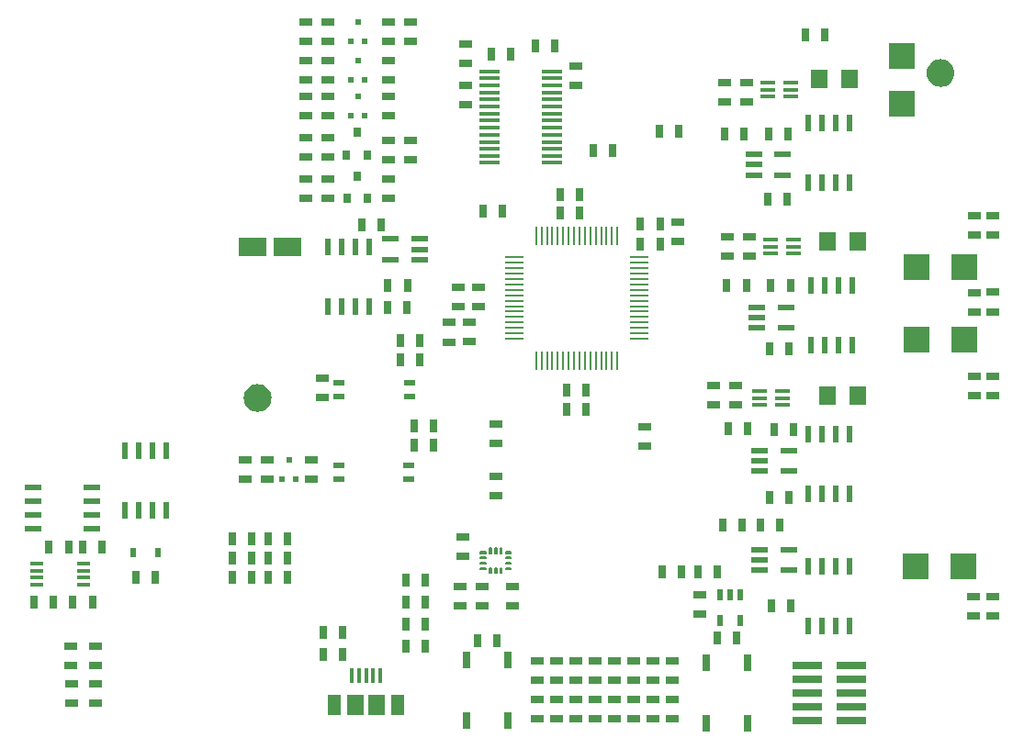
<source format=gbp>
G04 EAGLE Gerber RS-274X export*
G75*
%MOMM*%
%FSLAX34Y34*%
%LPD*%
%INBottom Paste*%
%IPPOS*%
%AMOC8*
5,1,8,0,0,1.08239X$1,22.5*%
G01*
%ADD10R,0.609600X1.524000*%
%ADD11R,0.500000X1.000000*%
%ADD12R,1.200000X0.800000*%
%ADD13R,1.200000X0.450000*%
%ADD14R,1.524000X0.609600*%
%ADD15R,0.630000X0.830000*%
%ADD16R,1.625600X0.609600*%
%ADD17R,1.981200X0.406400*%
%ADD18R,2.400000X2.400000*%
%ADD19R,1.766000X0.270000*%
%ADD20R,0.270000X1.766000*%
%ADD21R,0.762000X1.524000*%
%ADD22R,0.800000X1.200000*%
%ADD23R,0.600000X0.550000*%
%ADD24R,0.800000X0.900000*%
%ADD25R,1.000000X0.500000*%
%ADD26R,0.400000X1.350000*%
%ADD27R,1.500000X1.900000*%
%ADD28R,1.200000X1.900000*%
%ADD29R,2.794384X0.743719*%
%ADD30R,2.789613X0.741809*%
%ADD31R,2.791434X0.740684*%
%ADD32R,2.789800X0.740544*%
%ADD33R,2.791375X0.740153*%
%ADD34R,2.789491X0.740306*%
%ADD35R,2.791263X0.739672*%
%ADD36R,2.789944X0.739906*%
%ADD37R,2.794953X0.736869*%
%ADD38R,2.789353X0.737759*%
%ADD39R,2.790009X0.740003*%
%ADD40C,0.150000*%
%ADD41R,1.473200X0.406400*%
%ADD42R,1.600000X1.800000*%
%ADD43R,2.590800X1.651000*%

G36*
X872247Y602097D02*
X872247Y602097D01*
X872257Y602102D01*
X872269Y602100D01*
X874407Y602673D01*
X874416Y602680D01*
X874428Y602681D01*
X876434Y603616D01*
X876442Y603625D01*
X876454Y603627D01*
X878267Y604897D01*
X878273Y604906D01*
X878284Y604911D01*
X879849Y606477D01*
X879852Y606485D01*
X879856Y606487D01*
X879858Y606490D01*
X879863Y606494D01*
X881133Y608307D01*
X881135Y608318D01*
X881144Y608326D01*
X882080Y610332D01*
X882080Y610343D01*
X882087Y610353D01*
X882660Y612491D01*
X882659Y612502D01*
X882664Y612513D01*
X882857Y614718D01*
X882854Y614729D01*
X882857Y614740D01*
X882664Y616946D01*
X882659Y616955D01*
X882660Y616967D01*
X882087Y619106D01*
X882080Y619114D01*
X882080Y619126D01*
X881144Y621133D01*
X881136Y621140D01*
X881133Y621152D01*
X879863Y622965D01*
X879854Y622971D01*
X879849Y622982D01*
X878284Y624547D01*
X878274Y624552D01*
X878267Y624562D01*
X876454Y625831D01*
X876443Y625834D01*
X876434Y625842D01*
X874428Y626778D01*
X874417Y626778D01*
X874407Y626785D01*
X872269Y627358D01*
X872258Y627357D01*
X872247Y627362D01*
X870042Y627555D01*
X870032Y627552D01*
X870020Y627555D01*
X867815Y627362D01*
X867805Y627357D01*
X867793Y627358D01*
X865655Y626785D01*
X865646Y626779D01*
X865634Y626778D01*
X863628Y625842D01*
X863620Y625834D01*
X863609Y625831D01*
X861795Y624562D01*
X861790Y624552D01*
X861778Y624547D01*
X860213Y622982D01*
X860209Y622972D01*
X860199Y622965D01*
X858929Y621152D01*
X858927Y621141D01*
X858918Y621133D01*
X857983Y619126D01*
X857982Y619116D01*
X857975Y619106D01*
X857402Y616967D01*
X857404Y616957D01*
X857398Y616946D01*
X857205Y614740D01*
X857209Y614730D01*
X857205Y614718D01*
X857398Y612513D01*
X857403Y612505D01*
X857402Y612504D01*
X857403Y612502D01*
X857402Y612491D01*
X857975Y610353D01*
X857982Y610344D01*
X857983Y610332D01*
X858918Y608326D01*
X858926Y608319D01*
X858929Y608307D01*
X860199Y606494D01*
X860208Y606488D01*
X860213Y606477D01*
X861778Y604911D01*
X861789Y604907D01*
X861795Y604897D01*
X863609Y603627D01*
X863619Y603625D01*
X863628Y603616D01*
X865634Y602681D01*
X865645Y602681D01*
X865655Y602673D01*
X867793Y602100D01*
X867804Y602102D01*
X867815Y602097D01*
X870020Y601904D01*
X870031Y601907D01*
X870042Y601904D01*
X872247Y602097D01*
G37*
G36*
X242529Y302419D02*
X242529Y302419D01*
X242539Y302425D01*
X242551Y302423D01*
X244689Y302996D01*
X244698Y303003D01*
X244710Y303004D01*
X246716Y303939D01*
X246724Y303947D01*
X246735Y303950D01*
X248549Y305220D01*
X248555Y305229D01*
X248566Y305234D01*
X250131Y306800D01*
X250134Y306808D01*
X250138Y306809D01*
X250140Y306813D01*
X250145Y306816D01*
X251415Y308630D01*
X251417Y308641D01*
X251426Y308649D01*
X252362Y310655D01*
X252362Y310666D01*
X252369Y310676D01*
X252942Y312814D01*
X252941Y312825D01*
X252946Y312836D01*
X253139Y315041D01*
X253135Y315052D01*
X253139Y315063D01*
X252946Y317269D01*
X252941Y317278D01*
X252942Y317290D01*
X252369Y319429D01*
X252362Y319437D01*
X252362Y319449D01*
X251426Y321456D01*
X251418Y321463D01*
X251415Y321475D01*
X250145Y323288D01*
X250136Y323294D01*
X250131Y323305D01*
X248566Y324870D01*
X248556Y324874D01*
X248549Y324884D01*
X246735Y326154D01*
X246725Y326157D01*
X246716Y326165D01*
X244710Y327101D01*
X244699Y327101D01*
X244689Y327108D01*
X242551Y327681D01*
X242540Y327680D01*
X242529Y327685D01*
X240324Y327878D01*
X240314Y327875D01*
X240302Y327878D01*
X238097Y327685D01*
X238087Y327680D01*
X238075Y327681D01*
X235937Y327108D01*
X235928Y327102D01*
X235916Y327101D01*
X233910Y326165D01*
X233902Y326157D01*
X233891Y326154D01*
X232077Y324884D01*
X232071Y324875D01*
X232060Y324870D01*
X230495Y323305D01*
X230491Y323295D01*
X230481Y323288D01*
X229211Y321475D01*
X229209Y321464D01*
X229200Y321456D01*
X228265Y319449D01*
X228264Y319438D01*
X228257Y319429D01*
X227684Y317290D01*
X227686Y317280D01*
X227680Y317269D01*
X227487Y315063D01*
X227491Y315053D01*
X227487Y315041D01*
X227680Y312836D01*
X227684Y312828D01*
X227684Y312827D01*
X227685Y312825D01*
X227684Y312814D01*
X228257Y310676D01*
X228264Y310667D01*
X228265Y310655D01*
X229200Y308649D01*
X229208Y308642D01*
X229211Y308630D01*
X230481Y306816D01*
X230490Y306811D01*
X230495Y306800D01*
X232060Y305234D01*
X232071Y305230D01*
X232077Y305220D01*
X233891Y303950D01*
X233901Y303948D01*
X233910Y303939D01*
X235916Y303004D01*
X235927Y303003D01*
X235937Y302996D01*
X238075Y302423D01*
X238086Y302425D01*
X238097Y302419D01*
X240302Y302227D01*
X240312Y302230D01*
X240324Y302227D01*
X242529Y302419D01*
G37*
D10*
X305308Y453898D03*
X305308Y399034D03*
X318008Y453898D03*
X330708Y453898D03*
X318008Y399034D03*
X330708Y399034D03*
X343408Y453898D03*
X343408Y399034D03*
D11*
X666394Y133666D03*
X675894Y133666D03*
X685394Y133666D03*
X685394Y109666D03*
X666394Y109666D03*
D12*
X918251Y316778D03*
X918251Y334778D03*
X918499Y394564D03*
X918499Y412564D03*
X918494Y465468D03*
X918494Y483468D03*
X918263Y114089D03*
X918263Y132089D03*
D13*
X80170Y162150D03*
X80170Y155650D03*
X80170Y149150D03*
X80170Y142650D03*
X36670Y142650D03*
X36670Y149150D03*
X36670Y155650D03*
X36670Y162150D03*
D10*
X156210Y211328D03*
X156210Y266192D03*
X143510Y211328D03*
X130810Y211328D03*
X143510Y266192D03*
X130810Y266192D03*
X118110Y211328D03*
X118110Y266192D03*
D14*
X87832Y232484D03*
X32968Y232484D03*
X87832Y219784D03*
X87832Y207084D03*
X32968Y219784D03*
X32968Y207084D03*
X87832Y194384D03*
X32968Y194384D03*
D15*
X125660Y172720D03*
X148660Y172720D03*
D16*
X697642Y520718D03*
X697642Y530218D03*
X697642Y539718D03*
X724566Y539718D03*
X724566Y520718D03*
X700606Y379617D03*
X700606Y389117D03*
X700606Y398617D03*
X727530Y398617D03*
X727530Y379617D03*
X703198Y247488D03*
X703198Y256988D03*
X703198Y266488D03*
X730122Y266488D03*
X730122Y247488D03*
X703143Y156180D03*
X703143Y165680D03*
X703143Y175180D03*
X730067Y175180D03*
X730067Y156180D03*
D17*
X511302Y616204D03*
X511302Y609854D03*
X511302Y603250D03*
X511302Y596900D03*
X511302Y590296D03*
X511302Y583692D03*
X511302Y577342D03*
X511302Y570738D03*
X511302Y564388D03*
X511302Y557784D03*
X511302Y551180D03*
X511302Y544830D03*
X511302Y538226D03*
X511302Y531876D03*
X453898Y531876D03*
X453898Y538226D03*
X453898Y544830D03*
X453898Y551180D03*
X453898Y557784D03*
X453898Y564388D03*
X453898Y570738D03*
X453898Y577342D03*
X453898Y583692D03*
X453898Y590296D03*
X453898Y596900D03*
X453898Y603250D03*
X453898Y609854D03*
X453898Y616204D03*
D18*
X890680Y160020D03*
X846680Y160020D03*
X891941Y368474D03*
X847941Y368474D03*
X891861Y435639D03*
X847861Y435639D03*
X834019Y630297D03*
X834019Y586297D03*
D19*
X477072Y369644D03*
X477072Y374644D03*
X477072Y379644D03*
X477072Y384644D03*
X477072Y389644D03*
X477072Y394644D03*
X477072Y399644D03*
X477072Y404644D03*
X477072Y409644D03*
X477072Y414644D03*
X477072Y419644D03*
X477072Y424644D03*
X477072Y429644D03*
X477072Y434644D03*
X477072Y439644D03*
X477072Y444644D03*
D20*
X497080Y464652D03*
X502080Y464652D03*
X507080Y464652D03*
X512080Y464652D03*
X517080Y464652D03*
X522080Y464652D03*
X527080Y464652D03*
X532080Y464652D03*
X537080Y464652D03*
X542080Y464652D03*
X547080Y464652D03*
X552080Y464652D03*
X557080Y464652D03*
X562080Y464652D03*
X567080Y464652D03*
X572080Y464652D03*
D19*
X592088Y444644D03*
X592088Y439644D03*
X592088Y434644D03*
X592088Y429644D03*
X592088Y424644D03*
X592088Y419644D03*
X592088Y414644D03*
X592088Y409644D03*
X592088Y404644D03*
X592088Y399644D03*
X592088Y394644D03*
X592088Y389644D03*
X592088Y384644D03*
X592088Y379644D03*
X592088Y374644D03*
X592088Y369644D03*
D20*
X572080Y349636D03*
X567080Y349636D03*
X562080Y349636D03*
X557080Y349636D03*
X552080Y349636D03*
X547080Y349636D03*
X542080Y349636D03*
X537080Y349636D03*
X532080Y349636D03*
X527080Y349636D03*
X522080Y349636D03*
X517080Y349636D03*
X512080Y349636D03*
X507080Y349636D03*
X502080Y349636D03*
X497080Y349636D03*
D21*
X471170Y17780D03*
X471170Y73660D03*
X433070Y17780D03*
X433070Y73660D03*
D12*
X425037Y398987D03*
X425037Y416987D03*
X443576Y398962D03*
X443576Y416962D03*
D22*
X519265Y502675D03*
X537265Y502675D03*
X611288Y475873D03*
X593288Y475873D03*
X524962Y304619D03*
X542962Y304619D03*
X519315Y485466D03*
X537315Y485466D03*
X611288Y457222D03*
X593288Y457222D03*
X525053Y321947D03*
X543053Y321947D03*
D12*
X435798Y366776D03*
X435798Y384776D03*
X416943Y366643D03*
X416943Y384643D03*
D22*
X395080Y86360D03*
X377080Y86360D03*
X377080Y106680D03*
X395080Y106680D03*
X395080Y147320D03*
X377080Y147320D03*
D12*
X284480Y593200D03*
X284480Y575200D03*
X304800Y593200D03*
X304800Y575200D03*
D23*
X339240Y574950D03*
X326240Y574950D03*
X332740Y593450D03*
D12*
X360680Y593200D03*
X360680Y575200D03*
D22*
X455820Y632460D03*
X473820Y632460D03*
X514460Y640080D03*
X496460Y640080D03*
D12*
X431800Y603360D03*
X431800Y585360D03*
X431800Y623460D03*
X431800Y641460D03*
X533400Y603140D03*
X533400Y621140D03*
X284480Y626220D03*
X284480Y608220D03*
X304800Y626220D03*
X304800Y608220D03*
X360680Y626220D03*
X360680Y608220D03*
D23*
X339240Y607970D03*
X326240Y607970D03*
X332740Y626470D03*
D12*
X284480Y661780D03*
X284480Y643780D03*
X304800Y661780D03*
X304800Y643780D03*
D23*
X339240Y643530D03*
X326240Y643530D03*
X332740Y662030D03*
D12*
X360680Y643780D03*
X360680Y661780D03*
X381000Y643780D03*
X381000Y661780D03*
X360680Y534560D03*
X360680Y552560D03*
X304800Y555100D03*
X304800Y537100D03*
X284480Y555100D03*
X284480Y537100D03*
X360680Y499000D03*
X360680Y517000D03*
X304800Y517000D03*
X304800Y499000D03*
X284480Y517000D03*
X284480Y499000D03*
D24*
X341906Y498845D03*
X322906Y498845D03*
X332406Y519845D03*
X341438Y539140D03*
X322438Y539140D03*
X331938Y560140D03*
D25*
X315057Y239988D03*
X315057Y252688D03*
X379857Y252688D03*
X379857Y239988D03*
D12*
X299720Y315437D03*
X299720Y333437D03*
X248920Y257920D03*
X248920Y239920D03*
X228600Y239920D03*
X228600Y257920D03*
D23*
X275740Y239670D03*
X262740Y239670D03*
X269240Y258170D03*
D12*
X289482Y240230D03*
X289482Y258230D03*
D22*
X390000Y368300D03*
X372000Y368300D03*
X402700Y289560D03*
X384700Y289560D03*
X390000Y350520D03*
X372000Y350520D03*
X402700Y271780D03*
X384700Y271780D03*
D12*
X459740Y290940D03*
X459740Y272940D03*
X459740Y224680D03*
X459740Y242680D03*
X627385Y477255D03*
X627385Y459255D03*
D22*
X461120Y91440D03*
X443120Y91440D03*
X713533Y418673D03*
X731533Y418673D03*
X716615Y286102D03*
X734615Y286102D03*
X703508Y197821D03*
X721508Y197821D03*
X711174Y558786D03*
X729174Y558786D03*
X670699Y558356D03*
X688699Y558356D03*
X672894Y418685D03*
X690894Y418685D03*
X674238Y286339D03*
X692238Y286339D03*
X668957Y197951D03*
X686957Y197951D03*
X712476Y223512D03*
X730476Y223512D03*
X713772Y123048D03*
X731772Y123048D03*
X712479Y360438D03*
X730479Y360438D03*
X710825Y498125D03*
X728825Y498125D03*
D12*
X900314Y114096D03*
X900314Y132096D03*
X901094Y316892D03*
X901094Y334892D03*
X901163Y394317D03*
X901163Y412317D03*
X901165Y465483D03*
X901165Y483483D03*
D22*
X378492Y418634D03*
X360492Y418634D03*
X378245Y398160D03*
X360245Y398160D03*
X300880Y99060D03*
X318880Y99060D03*
D12*
X622300Y54500D03*
X622300Y72500D03*
X604520Y54500D03*
X604520Y72500D03*
X586740Y54500D03*
X586740Y72500D03*
X568960Y54500D03*
X568960Y72500D03*
X551180Y54500D03*
X551180Y72500D03*
X533400Y54500D03*
X533400Y72500D03*
X515620Y54500D03*
X515620Y72500D03*
X497840Y54500D03*
X497840Y72500D03*
D22*
X646320Y154940D03*
X664320Y154940D03*
X300880Y78740D03*
X318880Y78740D03*
D12*
X604520Y36940D03*
X604520Y18940D03*
X586740Y36940D03*
X586740Y18940D03*
X568960Y36940D03*
X568960Y18940D03*
X551180Y36940D03*
X551180Y18940D03*
X533400Y36940D03*
X533400Y18940D03*
X515620Y36940D03*
X515620Y18940D03*
D22*
X235060Y149860D03*
X217060Y149860D03*
X631300Y154940D03*
X613300Y154940D03*
X250080Y149860D03*
X268080Y149860D03*
X250080Y185420D03*
X268080Y185420D03*
X250080Y167640D03*
X268080Y167640D03*
X235060Y185420D03*
X217060Y185420D03*
X235060Y167640D03*
X217060Y167640D03*
X664220Y93222D03*
X682220Y93222D03*
X610760Y561340D03*
X628760Y561340D03*
X763380Y650240D03*
X745380Y650240D03*
X466200Y487680D03*
X448200Y487680D03*
D12*
X596900Y288400D03*
X596900Y270400D03*
X381000Y534560D03*
X381000Y552560D03*
X91199Y33134D03*
X91199Y51134D03*
X68500Y33134D03*
X68500Y51134D03*
X68464Y86243D03*
X68464Y68243D03*
X91208Y86358D03*
X91208Y68358D03*
D22*
X96968Y177753D03*
X78968Y177753D03*
X51948Y126537D03*
X33948Y126537D03*
X87955Y126464D03*
X69955Y126464D03*
X146160Y149860D03*
X128160Y149860D03*
X395080Y127000D03*
X377080Y127000D03*
D26*
X353360Y59060D03*
X346860Y59060D03*
X340360Y59060D03*
X333860Y59060D03*
X327360Y59060D03*
D27*
X350360Y32060D03*
X330360Y32060D03*
D28*
X369360Y32060D03*
X311360Y32060D03*
D22*
X66036Y177801D03*
X48036Y177801D03*
D16*
X389382Y461620D03*
X389382Y452120D03*
X389382Y442620D03*
X362458Y442620D03*
X362458Y461620D03*
D29*
X787422Y68599D03*
D30*
X746758Y68589D03*
D31*
X787407Y55883D03*
D32*
X746759Y55883D03*
D33*
X787407Y43181D03*
D34*
X746758Y43182D03*
D35*
X787406Y30478D03*
D36*
X746760Y30480D03*
D37*
X787425Y17764D03*
D38*
X746757Y17769D03*
D39*
X787400Y68580D03*
X746760Y68580D03*
X787400Y55880D03*
X746760Y55880D03*
X787400Y43180D03*
X746760Y43180D03*
X787400Y30480D03*
X746760Y30480D03*
X787400Y17780D03*
X746760Y17780D03*
D12*
X647700Y115460D03*
X647700Y133460D03*
D22*
X336440Y474980D03*
X354440Y474980D03*
D40*
X469040Y173350D02*
X473640Y173350D01*
X473640Y171850D01*
X469040Y171850D01*
X469040Y173350D01*
X469040Y173275D02*
X473640Y173275D01*
X473640Y168350D02*
X469040Y168350D01*
X473640Y168350D02*
X473640Y166850D01*
X469040Y166850D01*
X469040Y168350D01*
X469040Y168275D02*
X473640Y168275D01*
X473640Y163350D02*
X469040Y163350D01*
X473640Y163350D02*
X473640Y161850D01*
X469040Y161850D01*
X469040Y163350D01*
X469040Y163275D02*
X473640Y163275D01*
X473640Y158350D02*
X469040Y158350D01*
X473640Y158350D02*
X473640Y156850D01*
X469040Y156850D01*
X469040Y158350D01*
X469040Y158275D02*
X473640Y158275D01*
X465490Y158300D02*
X465490Y153700D01*
X463990Y153700D01*
X463990Y158300D01*
X465490Y158300D01*
X465490Y155125D02*
X463990Y155125D01*
X463990Y156550D02*
X465490Y156550D01*
X465490Y157975D02*
X463990Y157975D01*
X460490Y158300D02*
X460490Y153700D01*
X458990Y153700D01*
X458990Y158300D01*
X460490Y158300D01*
X460490Y155125D02*
X458990Y155125D01*
X458990Y156550D02*
X460490Y156550D01*
X460490Y157975D02*
X458990Y157975D01*
X455490Y158300D02*
X455490Y153700D01*
X453990Y153700D01*
X453990Y158300D01*
X455490Y158300D01*
X455490Y155125D02*
X453990Y155125D01*
X453990Y156550D02*
X455490Y156550D01*
X455490Y157975D02*
X453990Y157975D01*
X450440Y156850D02*
X445840Y156850D01*
X445840Y158350D01*
X450440Y158350D01*
X450440Y156850D01*
X450440Y158275D02*
X445840Y158275D01*
X445840Y161850D02*
X450440Y161850D01*
X445840Y161850D02*
X445840Y163350D01*
X450440Y163350D01*
X450440Y161850D01*
X450440Y163275D02*
X445840Y163275D01*
X445840Y166850D02*
X450440Y166850D01*
X445840Y166850D02*
X445840Y168350D01*
X450440Y168350D01*
X450440Y166850D01*
X450440Y168275D02*
X445840Y168275D01*
X445840Y171850D02*
X450440Y171850D01*
X445840Y171850D02*
X445840Y173350D01*
X450440Y173350D01*
X450440Y171850D01*
X450440Y173275D02*
X445840Y173275D01*
X453990Y171900D02*
X453990Y176500D01*
X455490Y176500D01*
X455490Y171900D01*
X453990Y171900D01*
X453990Y173325D02*
X455490Y173325D01*
X455490Y174750D02*
X453990Y174750D01*
X453990Y176175D02*
X455490Y176175D01*
X458990Y176500D02*
X458990Y171900D01*
X458990Y176500D02*
X460490Y176500D01*
X460490Y171900D01*
X458990Y171900D01*
X458990Y173325D02*
X460490Y173325D01*
X460490Y174750D02*
X458990Y174750D01*
X458990Y176175D02*
X460490Y176175D01*
X463990Y176500D02*
X463990Y171900D01*
X463990Y176500D02*
X465490Y176500D01*
X465490Y171900D01*
X463990Y171900D01*
X463990Y173325D02*
X465490Y173325D01*
X465490Y174750D02*
X463990Y174750D01*
X463990Y176175D02*
X465490Y176175D01*
D12*
X429260Y186800D03*
X429260Y168800D03*
X475139Y141137D03*
X475139Y123137D03*
X447040Y141080D03*
X447040Y123080D03*
X426720Y141080D03*
X426720Y123080D03*
D10*
X748030Y281432D03*
X748030Y226568D03*
X760730Y281432D03*
X773430Y281432D03*
X760730Y226568D03*
X773430Y226568D03*
X786130Y281432D03*
X786130Y226568D03*
X750570Y418592D03*
X750570Y363728D03*
X763270Y418592D03*
X775970Y418592D03*
X763270Y363728D03*
X775970Y363728D03*
X788670Y418592D03*
X788670Y363728D03*
X748030Y568452D03*
X748030Y513588D03*
X760730Y568452D03*
X773430Y568452D03*
X760730Y513588D03*
X773430Y513588D03*
X786130Y568452D03*
X786130Y513588D03*
X748030Y159512D03*
X748030Y104648D03*
X760730Y159512D03*
X773430Y159512D03*
X760730Y104648D03*
X773430Y104648D03*
X786130Y159512D03*
X786130Y104648D03*
D41*
X703453Y308460D03*
X703453Y314960D03*
X703453Y321460D03*
X724027Y321460D03*
X724027Y314960D03*
X724027Y308460D03*
D42*
X793780Y317500D03*
X765780Y317500D03*
X793780Y459740D03*
X765780Y459740D03*
X786160Y609600D03*
X758160Y609600D03*
D12*
X693420Y445660D03*
X693420Y463660D03*
X690880Y587900D03*
X690880Y605900D03*
X680720Y308500D03*
X680720Y326500D03*
X670560Y587900D03*
X670560Y605900D03*
X673100Y445660D03*
X673100Y463660D03*
X660400Y308500D03*
X660400Y326500D03*
D43*
X235458Y454660D03*
X267462Y454660D03*
D25*
X315580Y316230D03*
X315580Y328930D03*
X380380Y328930D03*
X380380Y316230D03*
D41*
X713613Y448160D03*
X713613Y454660D03*
X713613Y461160D03*
X734187Y461160D03*
X734187Y454660D03*
X734187Y448160D03*
X711073Y592940D03*
X711073Y599440D03*
X711073Y605940D03*
X731647Y605940D03*
X731647Y599440D03*
X731647Y592940D03*
D21*
X654050Y71120D03*
X654050Y15240D03*
X692150Y71120D03*
X692150Y15240D03*
D22*
X549800Y543560D03*
X567800Y543560D03*
D12*
X622300Y36940D03*
X622300Y18940D03*
X497840Y36940D03*
X497840Y18940D03*
M02*

</source>
